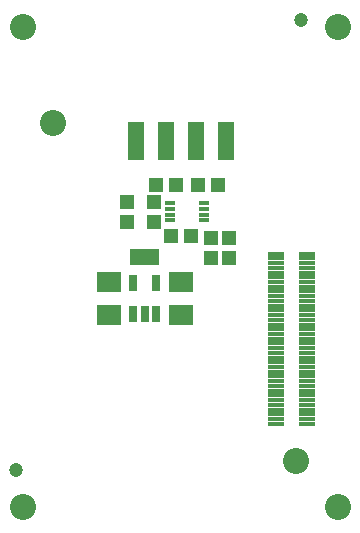
<source format=gbr>
G04 EAGLE Gerber RS-274X export*
G75*
%MOMM*%
%FSLAX34Y34*%
%LPD*%
%INSoldermask Top*%
%IPPOS*%
%AMOC8*
5,1,8,0,0,1.08239X$1,22.5*%
G01*
%ADD10C,2.203200*%
%ADD11R,1.343200X0.403200*%
%ADD12R,1.303200X1.203200*%
%ADD13R,0.804800X0.453200*%
%ADD14R,1.203200X1.303200*%
%ADD15C,1.203200*%
%ADD16R,1.453200X3.203200*%
%ADD17R,0.838200X1.473200*%
%ADD18R,0.753200X1.403200*%
%ADD19R,2.003200X1.803200*%


D10*
X285750Y19050D03*
X19050Y19050D03*
X19050Y425450D03*
X285750Y425450D03*
X44100Y344800D03*
X250100Y57900D03*
D11*
X259600Y229798D03*
X233200Y229798D03*
X259600Y225798D03*
X233200Y225798D03*
X259600Y221798D03*
X233200Y221798D03*
X259600Y217798D03*
X233200Y217798D03*
X259600Y213798D03*
X233200Y213798D03*
X259600Y209798D03*
X233200Y209798D03*
X259600Y205798D03*
X233200Y205798D03*
X259600Y201798D03*
X233200Y201798D03*
X259600Y197798D03*
X233200Y197798D03*
X259600Y193798D03*
X233200Y193798D03*
X259600Y189798D03*
X233200Y189798D03*
X259600Y185798D03*
X233200Y185798D03*
X259600Y181798D03*
X233200Y181798D03*
X259600Y177798D03*
X233200Y177798D03*
X259600Y173798D03*
X233200Y173798D03*
X259600Y169798D03*
X233200Y169798D03*
X259600Y165798D03*
X233200Y165798D03*
X259600Y161798D03*
X233200Y161798D03*
X259600Y157798D03*
X233200Y157798D03*
X259600Y153798D03*
X233200Y153798D03*
X259600Y149798D03*
X233200Y149798D03*
X259600Y145798D03*
X233200Y145798D03*
X259600Y141798D03*
X233200Y141798D03*
X259600Y137798D03*
X233200Y137798D03*
X259600Y133798D03*
X233200Y133798D03*
X259600Y129798D03*
X233200Y129798D03*
X259600Y125798D03*
X233200Y125798D03*
X259600Y121798D03*
X233200Y121798D03*
X259600Y117798D03*
X233200Y117798D03*
X259600Y113798D03*
X233200Y113798D03*
X259600Y109798D03*
X233200Y109798D03*
X259600Y105798D03*
X233200Y105798D03*
X259600Y101798D03*
X233200Y101798D03*
X259600Y97798D03*
X233200Y97798D03*
X259600Y93798D03*
X233200Y93798D03*
X259600Y89798D03*
X233200Y89798D03*
X259600Y233798D03*
X233200Y233798D03*
D12*
X148200Y292100D03*
X131200Y292100D03*
X166760Y292100D03*
X183760Y292100D03*
D13*
X171942Y261940D03*
X171942Y266940D03*
X171942Y271940D03*
X171942Y276940D03*
X143172Y261940D03*
X143172Y266940D03*
X143172Y271940D03*
X143172Y276940D03*
D14*
X129540Y260740D03*
X129540Y277740D03*
D15*
X254000Y431800D03*
X12700Y50800D03*
D12*
X160900Y248920D03*
X143900Y248920D03*
D14*
X106680Y277740D03*
X106680Y260740D03*
D16*
X139700Y329070D03*
X165100Y329070D03*
X190500Y329070D03*
X114300Y329070D03*
D17*
X130048Y231140D03*
X121920Y231140D03*
X113792Y231140D03*
D18*
X112420Y182579D03*
X121920Y182579D03*
X131420Y182579D03*
X131420Y208581D03*
X112420Y208581D03*
D19*
X152400Y181580D03*
X152400Y209580D03*
X91440Y209580D03*
X91440Y181580D03*
D14*
X177800Y247260D03*
X177800Y230260D03*
X193040Y247260D03*
X193040Y230260D03*
M02*

</source>
